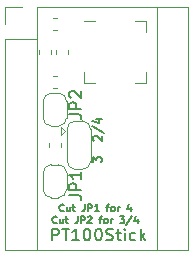
<source format=gbr>
G04 #@! TF.GenerationSoftware,KiCad,Pcbnew,(5.1.5)-3*
G04 #@! TF.CreationDate,2020-06-24T17:03:48-05:00*
G04 #@! TF.ProjectId,pt100stick,70743130-3073-4746-9963-6b2e6b696361,rev?*
G04 #@! TF.SameCoordinates,Original*
G04 #@! TF.FileFunction,Legend,Top*
G04 #@! TF.FilePolarity,Positive*
%FSLAX46Y46*%
G04 Gerber Fmt 4.6, Leading zero omitted, Abs format (unit mm)*
G04 Created by KiCad (PCBNEW (5.1.5)-3) date 2020-06-24 17:03:48*
%MOMM*%
%LPD*%
G04 APERTURE LIST*
%ADD10C,0.150000*%
%ADD11C,0.120000*%
G04 APERTURE END LIST*
D10*
X144812238Y-89479380D02*
X144812238Y-88479380D01*
X145193190Y-88479380D01*
X145288428Y-88527000D01*
X145336047Y-88574619D01*
X145383666Y-88669857D01*
X145383666Y-88812714D01*
X145336047Y-88907952D01*
X145288428Y-88955571D01*
X145193190Y-89003190D01*
X144812238Y-89003190D01*
X145669380Y-88479380D02*
X146240809Y-88479380D01*
X145955095Y-89479380D02*
X145955095Y-88479380D01*
X147097952Y-89479380D02*
X146526523Y-89479380D01*
X146812238Y-89479380D02*
X146812238Y-88479380D01*
X146717000Y-88622238D01*
X146621761Y-88717476D01*
X146526523Y-88765095D01*
X147717000Y-88479380D02*
X147812238Y-88479380D01*
X147907476Y-88527000D01*
X147955095Y-88574619D01*
X148002714Y-88669857D01*
X148050333Y-88860333D01*
X148050333Y-89098428D01*
X148002714Y-89288904D01*
X147955095Y-89384142D01*
X147907476Y-89431761D01*
X147812238Y-89479380D01*
X147717000Y-89479380D01*
X147621761Y-89431761D01*
X147574142Y-89384142D01*
X147526523Y-89288904D01*
X147478904Y-89098428D01*
X147478904Y-88860333D01*
X147526523Y-88669857D01*
X147574142Y-88574619D01*
X147621761Y-88527000D01*
X147717000Y-88479380D01*
X148669380Y-88479380D02*
X148764619Y-88479380D01*
X148859857Y-88527000D01*
X148907476Y-88574619D01*
X148955095Y-88669857D01*
X149002714Y-88860333D01*
X149002714Y-89098428D01*
X148955095Y-89288904D01*
X148907476Y-89384142D01*
X148859857Y-89431761D01*
X148764619Y-89479380D01*
X148669380Y-89479380D01*
X148574142Y-89431761D01*
X148526523Y-89384142D01*
X148478904Y-89288904D01*
X148431285Y-89098428D01*
X148431285Y-88860333D01*
X148478904Y-88669857D01*
X148526523Y-88574619D01*
X148574142Y-88527000D01*
X148669380Y-88479380D01*
X149383666Y-89431761D02*
X149526523Y-89479380D01*
X149764619Y-89479380D01*
X149859857Y-89431761D01*
X149907476Y-89384142D01*
X149955095Y-89288904D01*
X149955095Y-89193666D01*
X149907476Y-89098428D01*
X149859857Y-89050809D01*
X149764619Y-89003190D01*
X149574142Y-88955571D01*
X149478904Y-88907952D01*
X149431285Y-88860333D01*
X149383666Y-88765095D01*
X149383666Y-88669857D01*
X149431285Y-88574619D01*
X149478904Y-88527000D01*
X149574142Y-88479380D01*
X149812238Y-88479380D01*
X149955095Y-88527000D01*
X150240809Y-88812714D02*
X150621761Y-88812714D01*
X150383666Y-88479380D02*
X150383666Y-89336523D01*
X150431285Y-89431761D01*
X150526523Y-89479380D01*
X150621761Y-89479380D01*
X150955095Y-89479380D02*
X150955095Y-88812714D01*
X150955095Y-88479380D02*
X150907476Y-88527000D01*
X150955095Y-88574619D01*
X151002714Y-88527000D01*
X150955095Y-88479380D01*
X150955095Y-88574619D01*
X151859857Y-89431761D02*
X151764619Y-89479380D01*
X151574142Y-89479380D01*
X151478904Y-89431761D01*
X151431285Y-89384142D01*
X151383666Y-89288904D01*
X151383666Y-89003190D01*
X151431285Y-88907952D01*
X151478904Y-88860333D01*
X151574142Y-88812714D01*
X151764619Y-88812714D01*
X151859857Y-88860333D01*
X152288428Y-89479380D02*
X152288428Y-88479380D01*
X152383666Y-89098428D02*
X152669380Y-89479380D01*
X152669380Y-88812714D02*
X152288428Y-89193666D01*
X145191571Y-87971285D02*
X145163000Y-87999857D01*
X145077285Y-88028428D01*
X145020142Y-88028428D01*
X144934428Y-87999857D01*
X144877285Y-87942714D01*
X144848714Y-87885571D01*
X144820142Y-87771285D01*
X144820142Y-87685571D01*
X144848714Y-87571285D01*
X144877285Y-87514142D01*
X144934428Y-87457000D01*
X145020142Y-87428428D01*
X145077285Y-87428428D01*
X145163000Y-87457000D01*
X145191571Y-87485571D01*
X145705857Y-87628428D02*
X145705857Y-88028428D01*
X145448714Y-87628428D02*
X145448714Y-87942714D01*
X145477285Y-87999857D01*
X145534428Y-88028428D01*
X145620142Y-88028428D01*
X145677285Y-87999857D01*
X145705857Y-87971285D01*
X145905857Y-87628428D02*
X146134428Y-87628428D01*
X145991571Y-87428428D02*
X145991571Y-87942714D01*
X146020142Y-87999857D01*
X146077285Y-88028428D01*
X146134428Y-88028428D01*
X146963000Y-87428428D02*
X146963000Y-87857000D01*
X146934428Y-87942714D01*
X146877285Y-87999857D01*
X146791571Y-88028428D01*
X146734428Y-88028428D01*
X147248714Y-88028428D02*
X147248714Y-87428428D01*
X147477285Y-87428428D01*
X147534428Y-87457000D01*
X147563000Y-87485571D01*
X147591571Y-87542714D01*
X147591571Y-87628428D01*
X147563000Y-87685571D01*
X147534428Y-87714142D01*
X147477285Y-87742714D01*
X147248714Y-87742714D01*
X147820142Y-87485571D02*
X147848714Y-87457000D01*
X147905857Y-87428428D01*
X148048714Y-87428428D01*
X148105857Y-87457000D01*
X148134428Y-87485571D01*
X148163000Y-87542714D01*
X148163000Y-87599857D01*
X148134428Y-87685571D01*
X147791571Y-88028428D01*
X148163000Y-88028428D01*
X148791571Y-87628428D02*
X149020142Y-87628428D01*
X148877285Y-88028428D02*
X148877285Y-87514142D01*
X148905857Y-87457000D01*
X148963000Y-87428428D01*
X149020142Y-87428428D01*
X149305857Y-88028428D02*
X149248714Y-87999857D01*
X149220142Y-87971285D01*
X149191571Y-87914142D01*
X149191571Y-87742714D01*
X149220142Y-87685571D01*
X149248714Y-87657000D01*
X149305857Y-87628428D01*
X149391571Y-87628428D01*
X149448714Y-87657000D01*
X149477285Y-87685571D01*
X149505857Y-87742714D01*
X149505857Y-87914142D01*
X149477285Y-87971285D01*
X149448714Y-87999857D01*
X149391571Y-88028428D01*
X149305857Y-88028428D01*
X149763000Y-88028428D02*
X149763000Y-87628428D01*
X149763000Y-87742714D02*
X149791571Y-87685571D01*
X149820142Y-87657000D01*
X149877285Y-87628428D01*
X149934428Y-87628428D01*
X150534428Y-87428428D02*
X150905857Y-87428428D01*
X150705857Y-87657000D01*
X150791571Y-87657000D01*
X150848714Y-87685571D01*
X150877285Y-87714142D01*
X150905857Y-87771285D01*
X150905857Y-87914142D01*
X150877285Y-87971285D01*
X150848714Y-87999857D01*
X150791571Y-88028428D01*
X150620142Y-88028428D01*
X150563000Y-87999857D01*
X150534428Y-87971285D01*
X151591571Y-87399857D02*
X151077285Y-88171285D01*
X152048714Y-87628428D02*
X152048714Y-88028428D01*
X151905857Y-87399857D02*
X151763000Y-87828428D01*
X152134428Y-87828428D01*
X145791571Y-86955285D02*
X145763000Y-86983857D01*
X145677285Y-87012428D01*
X145620142Y-87012428D01*
X145534428Y-86983857D01*
X145477285Y-86926714D01*
X145448714Y-86869571D01*
X145420142Y-86755285D01*
X145420142Y-86669571D01*
X145448714Y-86555285D01*
X145477285Y-86498142D01*
X145534428Y-86441000D01*
X145620142Y-86412428D01*
X145677285Y-86412428D01*
X145763000Y-86441000D01*
X145791571Y-86469571D01*
X146305857Y-86612428D02*
X146305857Y-87012428D01*
X146048714Y-86612428D02*
X146048714Y-86926714D01*
X146077285Y-86983857D01*
X146134428Y-87012428D01*
X146220142Y-87012428D01*
X146277285Y-86983857D01*
X146305857Y-86955285D01*
X146505857Y-86612428D02*
X146734428Y-86612428D01*
X146591571Y-86412428D02*
X146591571Y-86926714D01*
X146620142Y-86983857D01*
X146677285Y-87012428D01*
X146734428Y-87012428D01*
X147563000Y-86412428D02*
X147563000Y-86841000D01*
X147534428Y-86926714D01*
X147477285Y-86983857D01*
X147391571Y-87012428D01*
X147334428Y-87012428D01*
X147848714Y-87012428D02*
X147848714Y-86412428D01*
X148077285Y-86412428D01*
X148134428Y-86441000D01*
X148163000Y-86469571D01*
X148191571Y-86526714D01*
X148191571Y-86612428D01*
X148163000Y-86669571D01*
X148134428Y-86698142D01*
X148077285Y-86726714D01*
X147848714Y-86726714D01*
X148763000Y-87012428D02*
X148420142Y-87012428D01*
X148591571Y-87012428D02*
X148591571Y-86412428D01*
X148534428Y-86498142D01*
X148477285Y-86555285D01*
X148420142Y-86583857D01*
X149391571Y-86612428D02*
X149620142Y-86612428D01*
X149477285Y-87012428D02*
X149477285Y-86498142D01*
X149505857Y-86441000D01*
X149563000Y-86412428D01*
X149620142Y-86412428D01*
X149905857Y-87012428D02*
X149848714Y-86983857D01*
X149820142Y-86955285D01*
X149791571Y-86898142D01*
X149791571Y-86726714D01*
X149820142Y-86669571D01*
X149848714Y-86641000D01*
X149905857Y-86612428D01*
X149991571Y-86612428D01*
X150048714Y-86641000D01*
X150077285Y-86669571D01*
X150105857Y-86726714D01*
X150105857Y-86898142D01*
X150077285Y-86955285D01*
X150048714Y-86983857D01*
X149991571Y-87012428D01*
X149905857Y-87012428D01*
X150363000Y-87012428D02*
X150363000Y-86612428D01*
X150363000Y-86726714D02*
X150391571Y-86669571D01*
X150420142Y-86641000D01*
X150477285Y-86612428D01*
X150534428Y-86612428D01*
X151448714Y-86612428D02*
X151448714Y-87012428D01*
X151305857Y-86383857D02*
X151163000Y-86812428D01*
X151534428Y-86812428D01*
X148242785Y-82863500D02*
X148242785Y-82399214D01*
X148528500Y-82649214D01*
X148528500Y-82542071D01*
X148564214Y-82470642D01*
X148599928Y-82434928D01*
X148671357Y-82399214D01*
X148849928Y-82399214D01*
X148921357Y-82434928D01*
X148957071Y-82470642D01*
X148992785Y-82542071D01*
X148992785Y-82756357D01*
X148957071Y-82827785D01*
X148921357Y-82863500D01*
X148314214Y-81037785D02*
X148278500Y-81002071D01*
X148242785Y-80930642D01*
X148242785Y-80752071D01*
X148278500Y-80680642D01*
X148314214Y-80644928D01*
X148385642Y-80609214D01*
X148457071Y-80609214D01*
X148564214Y-80644928D01*
X148992785Y-81073500D01*
X148992785Y-80609214D01*
X148207071Y-79752071D02*
X149171357Y-80394928D01*
X148492785Y-79180642D02*
X148992785Y-79180642D01*
X148207071Y-79359214D02*
X148742785Y-79537785D01*
X148742785Y-79073500D01*
D11*
X147366000Y-79357000D02*
G75*
G02X148066000Y-80057000I0J-700000D01*
G01*
X146066000Y-80057000D02*
G75*
G02X146766000Y-79357000I700000J0D01*
G01*
X146766000Y-83457000D02*
G75*
G02X146066000Y-82757000I0J700000D01*
G01*
X148066000Y-82757000D02*
G75*
G02X147366000Y-83457000I-700000J0D01*
G01*
X148066000Y-80007000D02*
X148066000Y-82807000D01*
X147366000Y-83457000D02*
X146766000Y-83457000D01*
X146066000Y-82807000D02*
X146066000Y-80007000D01*
X146766000Y-79357000D02*
X147366000Y-79357000D01*
X145866000Y-80207000D02*
X145566000Y-79907000D01*
X145566000Y-79907000D02*
X145566000Y-80507000D01*
X145866000Y-80207000D02*
X145566000Y-80507000D01*
X146034000Y-77696000D02*
X146034000Y-79096000D01*
X145334000Y-79796000D02*
X144734000Y-79796000D01*
X144034000Y-79096000D02*
X144034000Y-77696000D01*
X144734000Y-76996000D02*
X145334000Y-76996000D01*
X145334000Y-76996000D02*
G75*
G02X146034000Y-77696000I0J-700000D01*
G01*
X144034000Y-77696000D02*
G75*
G02X144734000Y-76996000I700000J0D01*
G01*
X144734000Y-79796000D02*
G75*
G02X144034000Y-79096000I0J700000D01*
G01*
X146034000Y-79096000D02*
G75*
G02X145334000Y-79796000I-700000J0D01*
G01*
X144034000Y-85155000D02*
X144034000Y-83755000D01*
X144734000Y-83055000D02*
X145334000Y-83055000D01*
X146034000Y-83755000D02*
X146034000Y-85155000D01*
X145334000Y-85855000D02*
X144734000Y-85855000D01*
X144734000Y-85855000D02*
G75*
G02X144034000Y-85155000I0J700000D01*
G01*
X146034000Y-85155000D02*
G75*
G02X145334000Y-85855000I-700000J0D01*
G01*
X145334000Y-83055000D02*
G75*
G02X146034000Y-83755000I0J-700000D01*
G01*
X144034000Y-83755000D02*
G75*
G02X144734000Y-83055000I700000J0D01*
G01*
X145159000Y-73347733D02*
X145159000Y-73690267D01*
X146179000Y-73347733D02*
X146179000Y-73690267D01*
X145219267Y-75563000D02*
X144876733Y-75563000D01*
X145219267Y-76583000D02*
X144876733Y-76583000D01*
X144876733Y-71630000D02*
X145219267Y-71630000D01*
X144876733Y-70610000D02*
X145219267Y-70610000D01*
X143685800Y-73347733D02*
X143685800Y-73690267D01*
X144705800Y-73347733D02*
X144705800Y-73690267D01*
X144524000Y-81235733D02*
X144524000Y-81578267D01*
X145544000Y-81235733D02*
X145544000Y-81578267D01*
X156340000Y-69720000D02*
X143510000Y-69720000D01*
X156340000Y-90300000D02*
X156340000Y-69720000D01*
X140840000Y-90300000D02*
X156340000Y-90300000D01*
X140840000Y-72390000D02*
X140840000Y-90300000D01*
X143510000Y-72390000D02*
X140840000Y-72390000D01*
X143510000Y-69720000D02*
X143510000Y-72390000D01*
X140840000Y-69720000D02*
X140840000Y-71120000D01*
X142240000Y-69720000D02*
X140840000Y-69720000D01*
X143510000Y-72390000D02*
X143510000Y-90300000D01*
X153670000Y-69720000D02*
X153670000Y-90300000D01*
X151824000Y-70923000D02*
X152724000Y-70923000D01*
X152724000Y-70923000D02*
X152724000Y-71823000D01*
X148404000Y-76143000D02*
X147504000Y-76143000D01*
X147504000Y-76143000D02*
X147504000Y-75243000D01*
X151824000Y-76143000D02*
X152724000Y-76143000D01*
X152724000Y-76143000D02*
X152724000Y-75243000D01*
X148404000Y-70923000D02*
X147504000Y-70923000D01*
D10*
X146264380Y-78811333D02*
X146978666Y-78811333D01*
X147121523Y-78858952D01*
X147216761Y-78954190D01*
X147264380Y-79097047D01*
X147264380Y-79192285D01*
X147264380Y-78335142D02*
X146264380Y-78335142D01*
X146264380Y-77954190D01*
X146312000Y-77858952D01*
X146359619Y-77811333D01*
X146454857Y-77763714D01*
X146597714Y-77763714D01*
X146692952Y-77811333D01*
X146740571Y-77858952D01*
X146788190Y-77954190D01*
X146788190Y-78335142D01*
X146359619Y-77382761D02*
X146312000Y-77335142D01*
X146264380Y-77239904D01*
X146264380Y-77001809D01*
X146312000Y-76906571D01*
X146359619Y-76858952D01*
X146454857Y-76811333D01*
X146550095Y-76811333D01*
X146692952Y-76858952D01*
X147264380Y-77430380D01*
X147264380Y-76811333D01*
X146264380Y-85669333D02*
X146978666Y-85669333D01*
X147121523Y-85716952D01*
X147216761Y-85812190D01*
X147264380Y-85955047D01*
X147264380Y-86050285D01*
X147264380Y-85193142D02*
X146264380Y-85193142D01*
X146264380Y-84812190D01*
X146312000Y-84716952D01*
X146359619Y-84669333D01*
X146454857Y-84621714D01*
X146597714Y-84621714D01*
X146692952Y-84669333D01*
X146740571Y-84716952D01*
X146788190Y-84812190D01*
X146788190Y-85193142D01*
X147264380Y-83669333D02*
X147264380Y-84240761D01*
X147264380Y-83955047D02*
X146264380Y-83955047D01*
X146407238Y-84050285D01*
X146502476Y-84145523D01*
X146550095Y-84240761D01*
M02*

</source>
